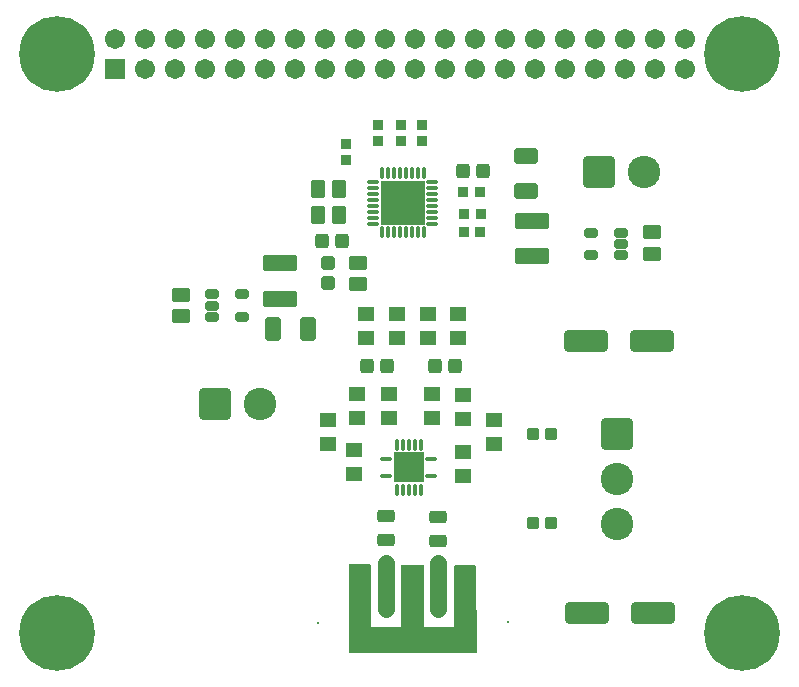
<source format=gts>
%FSLAX23Y23*%
%MOMM*%
%SFA1B1*%

%IPPOS*%
%AMD55*
4,1,8,-1.549400,-0.901700,1.549400,-0.901700,1.851660,-0.599440,1.851660,0.599440,1.549400,0.901700,-1.549400,0.901700,-1.851660,0.599440,-1.851660,-0.599440,-1.549400,-0.901700,0.0*
1,1,0.604000,-1.549400,-0.599440*
1,1,0.604000,1.549400,-0.599440*
1,1,0.604000,1.549400,0.599440*
1,1,0.604000,-1.549400,0.599440*
%
%AMD56*
4,1,8,-0.299720,-0.500380,0.299720,-0.500380,0.500380,-0.299720,0.500380,0.299720,0.299720,0.500380,-0.299720,0.500380,-0.500380,0.299720,-0.500380,-0.299720,-0.299720,-0.500380,0.0*
1,1,0.404000,-0.299720,-0.299720*
1,1,0.404000,0.299720,-0.299720*
1,1,0.404000,0.299720,0.299720*
1,1,0.404000,-0.299720,0.299720*
%
%AMD57*
4,1,8,-0.601980,0.223520,-0.601980,-0.223520,-0.424180,-0.401320,0.424180,-0.401320,0.601980,-0.223520,0.601980,0.223520,0.424180,0.401320,-0.424180,0.401320,-0.601980,0.223520,0.0*
1,1,0.354000,-0.424180,0.223520*
1,1,0.354000,-0.424180,-0.223520*
1,1,0.354000,0.424180,-0.223520*
1,1,0.354000,0.424180,0.223520*
%
%AMD58*
4,1,8,1.206500,0.675640,-1.206500,0.675640,-1.450340,0.431800,-1.450340,-0.431800,-1.206500,-0.675640,1.206500,-0.675640,1.450340,-0.431800,1.450340,0.431800,1.206500,0.675640,0.0*
1,1,0.490000,1.206500,0.431800*
1,1,0.490000,-1.206500,0.431800*
1,1,0.490000,-1.206500,-0.431800*
1,1,0.490000,1.206500,-0.431800*
%
%AMD59*
4,1,8,0.574040,0.601980,-0.574040,0.601980,-0.802640,0.373380,-0.802640,-0.373380,-0.574040,-0.601980,0.574040,-0.601980,0.802640,-0.373380,0.802640,0.373380,0.574040,0.601980,0.0*
1,1,0.454000,0.574040,0.373380*
1,1,0.454000,-0.574040,0.373380*
1,1,0.454000,-0.574040,-0.373380*
1,1,0.454000,0.574040,-0.373380*
%
%AMD60*
4,1,8,0.548640,0.500380,-0.548640,0.500380,-0.751840,0.299720,-0.751840,-0.299720,-0.548640,-0.500380,0.548640,-0.500380,0.751840,-0.299720,0.751840,0.299720,0.548640,0.500380,0.0*
1,1,0.404000,0.548640,0.299720*
1,1,0.404000,-0.548640,0.299720*
1,1,0.404000,-0.548640,-0.299720*
1,1,0.404000,0.548640,-0.299720*
%
%AMD61*
4,1,8,0.388620,0.551180,-0.388620,0.551180,-0.601980,0.337820,-0.601980,-0.337820,-0.388620,-0.551180,0.388620,-0.551180,0.601980,-0.337820,0.601980,0.337820,0.388620,0.551180,0.0*
1,1,0.428000,0.388620,0.337820*
1,1,0.428000,-0.388620,0.337820*
1,1,0.428000,-0.388620,-0.337820*
1,1,0.428000,0.388620,-0.337820*
%
%AMD62*
4,1,8,-0.551180,0.388620,-0.551180,-0.388620,-0.337820,-0.601980,0.337820,-0.601980,0.551180,-0.388620,0.551180,0.388620,0.337820,0.601980,-0.337820,0.601980,-0.551180,0.388620,0.0*
1,1,0.428000,-0.337820,0.388620*
1,1,0.428000,-0.337820,-0.388620*
1,1,0.428000,0.337820,-0.388620*
1,1,0.428000,0.337820,0.388620*
%
%AMD63*
4,1,8,-0.601980,0.574040,-0.601980,-0.574040,-0.373380,-0.802640,0.373380,-0.802640,0.601980,-0.574040,0.601980,0.574040,0.373380,0.802640,-0.373380,0.802640,-0.601980,0.574040,0.0*
1,1,0.454000,-0.373380,0.574040*
1,1,0.454000,-0.373380,-0.574040*
1,1,0.454000,0.373380,-0.574040*
1,1,0.454000,0.373380,0.574040*
%
%AMD64*
4,1,8,-0.756920,-0.675640,0.756920,-0.675640,1.000760,-0.431800,1.000760,0.431800,0.756920,0.675640,-0.756920,0.675640,-1.000760,0.431800,-1.000760,-0.431800,-0.756920,-0.675640,0.0*
1,1,0.490000,-0.756920,-0.431800*
1,1,0.490000,0.756920,-0.431800*
1,1,0.490000,0.756920,0.431800*
1,1,0.490000,-0.756920,0.431800*
%
%AMD65*
4,1,8,-0.675640,0.756920,-0.675640,-0.756920,-0.431800,-1.000760,0.431800,-1.000760,0.675640,-0.756920,0.675640,0.756920,0.431800,1.000760,-0.431800,1.000760,-0.675640,0.756920,0.0*
1,1,0.490000,-0.431800,0.756920*
1,1,0.490000,-0.431800,-0.756920*
1,1,0.490000,0.431800,-0.756920*
1,1,0.490000,0.431800,0.756920*
%
%AMD72*
4,1,8,-0.952500,-1.371600,0.952500,-1.371600,1.371600,-0.952500,1.371600,0.952500,0.952500,1.371600,-0.952500,1.371600,-1.371600,0.952500,-1.371600,-0.952500,-0.952500,-1.371600,0.0*
1,1,0.838000,-0.952500,-0.952500*
1,1,0.838000,0.952500,-0.952500*
1,1,0.838000,0.952500,0.952500*
1,1,0.838000,-0.952500,0.952500*
%
%AMD77*
4,1,8,1.371600,-0.952500,1.371600,0.952500,0.952500,1.371600,-0.952500,1.371600,-1.371600,0.952500,-1.371600,-0.952500,-0.952500,-1.371600,0.952500,-1.371600,1.371600,-0.952500,0.0*
1,1,0.838000,0.952500,-0.952500*
1,1,0.838000,0.952500,0.952500*
1,1,0.838000,-0.952500,0.952500*
1,1,0.838000,-0.952500,-0.952500*
%
%ADD45C,0.699999*%
%ADD52R,1.472997X1.218998*%
%ADD53R,0.964998X0.964998*%
%ADD54R,0.964998X0.964998*%
G04~CAMADD=55~8~0.0~0.0~1457.9~709.8~118.9~0.0~15~0.0~0.0~0.0~0.0~0~0.0~0.0~0.0~0.0~0~0.0~0.0~0.0~180.0~1458.0~710.0*
%ADD55D55*%
G04~CAMADD=56~8~0.0~0.0~394.9~394.9~79.5~0.0~15~0.0~0.0~0.0~0.0~0~0.0~0.0~0.0~0.0~0~0.0~0.0~0.0~180.0~394.0~394.0*
%ADD56D56*%
G04~CAMADD=57~8~0.0~0.0~316.1~473.6~69.7~0.0~15~0.0~0.0~0.0~0.0~0~0.0~0.0~0.0~0.0~0~0.0~0.0~0.0~90.0~474.0~317.0*
%ADD57D57*%
G04~CAMADD=58~8~0.0~0.0~1142.9~532.7~96.5~0.0~15~0.0~0.0~0.0~0.0~0~0.0~0.0~0.0~0.0~0~0.0~0.0~0.0~0.0~1142.9~532.7*
%ADD58D58*%
G04~CAMADD=59~8~0.0~0.0~631.1~473.6~89.4~0.0~15~0.0~0.0~0.0~0.0~0~0.0~0.0~0.0~0.0~0~0.0~0.0~0.0~0.0~631.1~473.6*
%ADD59D59*%
G04~CAMADD=60~8~0.0~0.0~591.7~394.9~79.5~0.0~15~0.0~0.0~0.0~0.0~0~0.0~0.0~0.0~0.0~0~0.0~0.0~0.0~0.0~591.7~394.9*
%ADD60D60*%
G04~CAMADD=61~8~0.0~0.0~473.6~434.3~84.3~0.0~15~0.0~0.0~0.0~0.0~0~0.0~0.0~0.0~0.0~0~0.0~0.0~0.0~0.0~473.6~434.3*
%ADD61D61*%
G04~CAMADD=62~8~0.0~0.0~473.6~434.3~84.3~0.0~15~0.0~0.0~0.0~0.0~0~0.0~0.0~0.0~0.0~0~0.0~0.0~0.0~90.0~434.0~474.0*
%ADD62D62*%
G04~CAMADD=63~8~0.0~0.0~631.1~473.6~89.4~0.0~15~0.0~0.0~0.0~0.0~0~0.0~0.0~0.0~0.0~0~0.0~0.0~0.0~90.0~475.0~632.0*
%ADD63D63*%
G04~CAMADD=64~8~0.0~0.0~788.6~532.7~96.5~0.0~15~0.0~0.0~0.0~0.0~0~0.0~0.0~0.0~0.0~0~0.0~0.0~0.0~180.0~788.0~532.0*
%ADD64D64*%
G04~CAMADD=65~8~0.0~0.0~788.6~532.7~96.5~0.0~15~0.0~0.0~0.0~0.0~0~0.0~0.0~0.0~0.0~0~0.0~0.0~0.0~90.0~532.0~788.0*
%ADD65D65*%
%ADD66R,2.502995X2.502995*%
%ADD67O,0.402999X1.002998*%
%ADD68O,1.002998X0.402999*%
%ADD69R,3.702993X3.702993*%
%ADD70C,1.402997*%
%ADD71C,0.203000*%
G04~CAMADD=72~8~0.0~0.0~1079.9~1079.9~165.0~0.0~15~0.0~0.0~0.0~0.0~0~0.0~0.0~0.0~0.0~0~0.0~0.0~0.0~180.0~1080.0~1080.0*
%ADD72D72*%
%ADD73C,2.742995*%
%ADD74C,1.702997*%
%ADD75R,1.702997X1.702997*%
%ADD76C,6.402987*%
G04~CAMADD=77~8~0.0~0.0~1079.9~1079.9~165.0~0.0~15~0.0~0.0~0.0~0.0~0~0.0~0.0~0.0~0.0~0~0.0~0.0~0.0~270.0~1080.0~1080.0*
%ADD77D77*%
%LNraspberryhatboard-1*%
%LPD*%
G36*
X30512Y9300D02*
X30525Y9297D01*
X30538Y9293*
X30550Y9287*
X30561Y9280*
X30571Y9271*
X30580Y9261*
X30587Y9250*
X30593Y9238*
X30597Y9225*
X30600Y9212*
X30601Y9199*
Y4001*
X33097*
Y9149*
X33098Y9162*
X33101Y9175*
X33105Y9188*
X33111Y9200*
X33118Y9211*
X33127Y9221*
X33137Y9230*
X33148Y9237*
X33160Y9243*
X33173Y9247*
X33186Y9250*
X33199Y9251*
X34999*
X35012Y9250*
X35025Y9247*
X35038Y9243*
X35050Y9237*
X35061Y9230*
X35071Y9221*
X35080Y9211*
X35087Y9200*
X35093Y9188*
X35097Y9175*
X35100Y9162*
X35101Y9149*
Y4001*
X37597*
Y9099*
X37598Y9112*
X37601Y9125*
X37605Y9138*
X37611Y9150*
X37618Y9161*
X37627Y9171*
X37637Y9180*
X37648Y9187*
X37660Y9193*
X37673Y9197*
X37686Y9200*
X37699Y9201*
X39399*
X39405Y9200*
X39411*
X39412*
X39418Y9199*
X39424Y9198*
X39425Y9197*
X39431Y9195*
X39437Y9194*
Y9193*
X39438*
X39443Y9190*
X39449Y9188*
Y9187*
X39450*
X39455Y9184*
X39460Y9181*
Y9180*
X39461*
X39465Y9176*
X39470Y9172*
Y9171*
X39471*
X39475Y9167*
X39479Y9162*
X39480Y9161*
X39483Y9156*
X39486Y9151*
X39487Y9150*
X39490Y9145*
X39493Y9139*
Y9138*
X39495Y9132*
X39497Y9127*
Y9126*
Y9125*
X39499Y9120*
X39500Y9114*
Y9113*
Y9112*
Y9106*
X39501Y9100*
X39601Y1900*
Y1899*
X39600Y1893*
Y1887*
Y1886*
X39599Y1880*
X39598Y1874*
X39597Y1873*
X39595Y1867*
X39594Y1861*
X39593*
Y1860*
X39590Y1855*
X39588Y1849*
X39587*
Y1848*
X39584Y1843*
X39581Y1838*
X39580*
Y1837*
X39576Y1833*
X39572Y1828*
X39571*
Y1827*
X39566Y1823*
X39562Y1819*
X39561Y1818*
X39556Y1815*
X39551Y1812*
X39550Y1811*
X39545Y1808*
X39539Y1805*
X39538*
X39532Y1803*
X39527Y1801*
X39526*
X39525*
X39519Y1799*
X39514Y1798*
X39513*
X39512*
X39506*
X39500Y1797*
X39499*
X28799*
X28786Y1798*
X28773Y1801*
X28760Y1805*
X28748Y1811*
X28737Y1818*
X28727Y1827*
X28718Y1837*
X28711Y1848*
X28705Y1860*
X28701Y1873*
X28698Y1886*
X28697Y1899*
Y9199*
X28698Y9212*
X28701Y9225*
X28705Y9238*
X28711Y9250*
X28718Y9261*
X28727Y9271*
X28737Y9280*
X28748Y9287*
X28760Y9293*
X28773Y9297*
X28786Y9300*
X28799Y9301*
X30499*
X30512Y9300*
G37*
G54D45*
X33249Y18049D03*
X34349D03*
X33249Y16949D03*
X34349D03*
X32199Y40999D03*
X33299D03*
X34399D03*
X32199Y39899D03*
X33299D03*
X34399D03*
X32199Y38799D03*
X33299D03*
X34399D03*
G54D52*
X29199Y18977D03*
Y16945D03*
X26999Y19445D03*
Y21477D03*
X40999Y19521D03*
Y21553D03*
X38399Y16745D03*
Y18777D03*
X29399Y21721D03*
Y23753D03*
X30199Y30499D03*
Y28467D03*
X32799D03*
Y30499D03*
X35399Y30453D03*
Y28421D03*
X37999D03*
Y30453D03*
X35799Y23753D03*
Y21721D03*
X32099D03*
Y23753D03*
X38399Y23653D03*
Y21621D03*
G54D53*
X31199Y45102D03*
Y46499D03*
X33099D03*
Y45102D03*
X34899D03*
Y46499D03*
X28499Y44899D03*
Y43502D03*
G54D54*
X39896Y38999D03*
X38499D03*
X38447Y37405D03*
X39844D03*
X39796Y40799D03*
X38399D03*
G54D55*
X54499Y5199D03*
X48899D03*
X48799Y28199D03*
X54399D03*
G54D56*
X44349Y12799D03*
X45849D03*
X44349Y20299D03*
X45849D03*
G54D57*
X49199Y35449D03*
X51799Y37349D03*
Y36399D03*
Y35449D03*
X49199Y37349D03*
X19699Y32149D03*
X17099Y30249D03*
Y31199D03*
Y32149D03*
X19699Y30249D03*
G54D58*
X44199Y35399D03*
Y38399D03*
X22899Y34799D03*
Y31799D03*
G54D59*
X14499Y30299D03*
Y32099D03*
X29499Y32999D03*
Y34799D03*
X54399Y37399D03*
Y35599D03*
G54D60*
X36299Y13299D03*
Y11299D03*
X31899Y13399D03*
Y11399D03*
G54D61*
X26999Y33149D03*
Y34849D03*
G54D62*
X28149Y36699D03*
X26449D03*
X31949Y26099D03*
X30249D03*
X37749D03*
X36049D03*
X38349Y42599D03*
X40049D03*
G54D63*
X27899Y38899D03*
X26099D03*
X27899Y41099D03*
X26099D03*
G54D64*
X43699Y43899D03*
Y40899D03*
G54D65*
X25299Y29199D03*
X22299D03*
G54D66*
X33799Y17499D03*
G54D67*
X34799Y15599D03*
X34299D03*
X33799D03*
X33299D03*
X32799D03*
Y19399D03*
X33299D03*
X33799D03*
X34299D03*
X34799D03*
X31549Y37399D03*
X32049D03*
X32549D03*
X33049D03*
X33549D03*
X34049D03*
X34549D03*
X35049D03*
Y42399D03*
X34549D03*
X34049D03*
X33549D03*
X33049D03*
X32549D03*
X32049D03*
X31549D03*
G54D68*
X31899Y16749D03*
Y18249D03*
X35699D03*
Y16749D03*
X30799Y41649D03*
Y41149D03*
Y40649D03*
Y40149D03*
Y39649D03*
Y39149D03*
Y38649D03*
Y38149D03*
X35799D03*
Y38649D03*
Y39149D03*
Y39649D03*
Y40149D03*
Y40649D03*
Y41149D03*
Y41649D03*
G54D69*
X33299Y39899D03*
G54D70*
X36299Y5499D02*
Y9399D01*
X31899Y5499D02*
Y9399D01*
G54D71*
X26099Y4299D03*
X42199Y4399D03*
G54D72*
X51399Y20309D03*
G54D73*
X51399Y16499D03*
Y12689D03*
X21204Y22899D03*
X53704Y42499D03*
G54D74*
X57159Y53739D03*
Y51199D03*
X54619Y53739D03*
Y51199D03*
X52079Y53739D03*
Y51199D03*
X49539Y53739D03*
Y51199D03*
X46999Y53739D03*
Y51199D03*
X44459Y53739D03*
Y51199D03*
X41919Y53739D03*
Y51199D03*
X39379Y53739D03*
Y51199D03*
X36839Y53739D03*
Y51199D03*
X34299Y53739D03*
Y51199D03*
X31759Y53739D03*
Y51199D03*
X29219Y53739D03*
Y51199D03*
X26679Y53739D03*
Y51199D03*
X24139Y53739D03*
Y51199D03*
X21599Y53739D03*
Y51199D03*
X19059Y53739D03*
Y51199D03*
X16519Y53739D03*
Y51199D03*
X13979Y53739D03*
Y51199D03*
X11439Y53739D03*
Y51199D03*
X8899Y53739D03*
G54D75*
X8899Y51199D03*
G54D76*
X3999Y3499D03*
X61999D03*
Y52499D03*
X3999D03*
G54D77*
X17394Y22899D03*
X49894Y42499D03*
M02*
</source>
